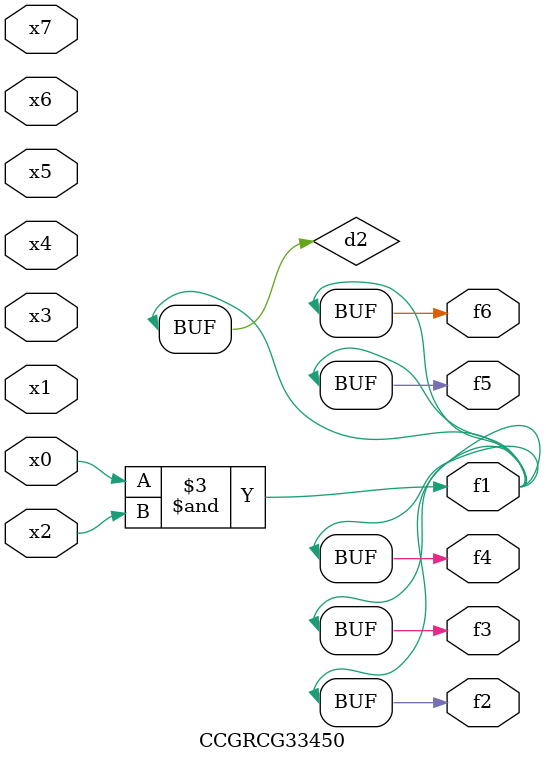
<source format=v>
module CCGRCG33450(
	input x0, x1, x2, x3, x4, x5, x6, x7,
	output f1, f2, f3, f4, f5, f6
);

	wire d1, d2;

	nor (d1, x3, x6);
	and (d2, x0, x2);
	assign f1 = d2;
	assign f2 = d2;
	assign f3 = d2;
	assign f4 = d2;
	assign f5 = d2;
	assign f6 = d2;
endmodule

</source>
